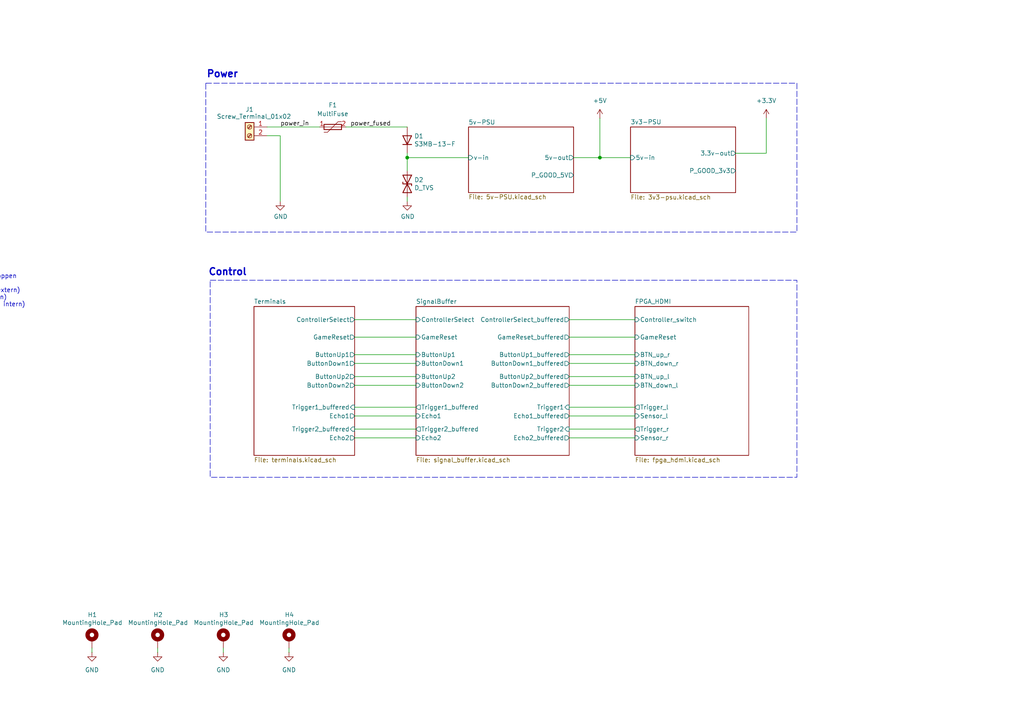
<source format=kicad_sch>
(kicad_sch (version 20231120) (generator "eeschema") (generator_version "8.0")
  (paper "A4")
  (title_block (date "2024-04-03") (rev "1.0") (company "Fontys") (comment 1 "Pong project") (comment 2 "Tommy de Wever") (comment 3 "Jochem Bosman"))
  (lib_symbols
    (symbol "Connector:Screw_Terminal_01x02" (pin_names (offset 1.016) hide)
      (property "Reference" "J" (at 0 2.54 0))
      (property "Value" "Screw_Terminal_01x02" (at 0 -5.08 0))
      (symbol "Screw_Terminal_01x02_1_1"
        (rectangle (start -1.27 1.27) (end 1.27 -3.81) (stroke (width 0.254)) (fill (type background)))
        (circle (center 0 -2.54) (radius 0.635) (stroke (width 0.1524)))
        (polyline (pts (xy -0.5334 -2.2098) (xy 0.3302 -3.048)) (stroke (width 0.1524)))
        (polyline (pts (xy -0.5334 0.3302) (xy 0.3302 -0.508)) (stroke (width 0.1524)))
        (polyline (pts (xy -0.3556 -2.032) (xy 0.508 -2.8702)) (stroke (width 0.1524)))
        (polyline (pts (xy -0.3556 0.508) (xy 0.508 -0.3302)) (stroke (width 0.1524)))
        (circle (center 0 0) (radius 0.635) (stroke (width 0.1524)))
        (pin passive line (at -5.08 0 0) (length 3.81) (name "Pin_1") (number "1"))
        (pin passive line (at -5.08 -2.54 0) (length 3.81) (name "Pin_2") (number "2"))
      )
    )
    (symbol "Device:D" (pin_numbers hide) (pin_names (offset 1.016) hide)
      (property "Reference" "D" (at 0 2.54 0))
      (property "Value" "D" (at 0 -2.54 0))
      (symbol "D_0_1"
        (polyline (pts (xy -1.27 1.27) (xy -1.27 -1.27)) (stroke (width 0.254)))
        (polyline (pts (xy 1.27 0) (xy -1.27 0)))
        (polyline (pts (xy 1.27 1.27) (xy 1.27 -1.27) (xy -1.27 0) (xy 1.27 1.27)) (stroke (width 0.254)))
      )
      (symbol "D_1_1"
        (pin passive line (at -3.81 0 0) (length 2.54) (name "K") (number "1"))
        (pin passive line (at 3.81 0 180) (length 2.54) (name "A") (number "2"))
      )
    )
    (symbol "Device:D_TVS" (pin_numbers hide) (pin_names (offset 1.016) hide)
      (property "Reference" "D" (at 0 2.54 0))
      (property "Value" "D_TVS" (at 0 -2.54 0))
      (symbol "D_TVS_0_1"
        (polyline (pts (xy 1.27 0) (xy -1.27 0)))
        (polyline (pts (xy 0.508 1.27) (xy 0 1.27) (xy 0 -1.27) (xy -0.508 -1.27)) (stroke (width 0.254)))
        (polyline (pts (xy -2.54 1.27) (xy -2.54 -1.27) (xy 2.54 1.27) (xy 2.54 -1.27) (xy -2.54 1.27)) (stroke (width 0.254)))
      )
      (symbol "D_TVS_1_1"
        (pin passive line (at -3.81 0 0) (length 2.54) (name "A1") (number "1"))
        (pin passive line (at 3.81 0 180) (length 2.54) (name "A2") (number "2"))
      )
    )
    (symbol "Mechanical:MountingHole_Pad" (pin_numbers hide) (pin_names (offset 1.016) hide) (exclude_from_sim yes) (in_bom no)
      (property "Reference" "H" (at 0 6.35 0))
      (property "Value" "MountingHole_Pad" (at 0 4.445 0))
      (symbol "MountingHole_Pad_0_1"
        (circle (center 0 1.27) (radius 1.27) (stroke (width 1.27)))
      )
      (symbol "MountingHole_Pad_1_1"
        (pin input line (at 0 -2.54 90) (length 2.54) (name "1") (number "1"))
      )
    )
    (symbol "MyLib:MultiFuse" (pin_names (offset 1.016))
      (property "Reference" "F" (at 0 0 0))
      (property "Value" "MultiFuse" (at 0 -2.54 0))
      (symbol "MultiFuse_1_1"
        (rectangle (start -2.54 -7.112) (end 2.54 -5.588) (stroke (width 0.254)))
        (polyline (pts (xy -2.54 -6.35) (xy 2.54 -6.35)))
        (polyline (pts (xy -2.54 -7.874) (xy -1.524 -7.874) (xy 1.524 -4.826) (xy 2.54 -4.826)))
        (pin passive line (at -3.81 -6.35 0) (length 1.27) (name "~") (number "1"))
        (pin passive line (at 3.81 -6.35 180) (length 1.27) (name "~") (number "2"))
      )
    )
    (symbol "power:+3.3V" (power) (pin_numbers hide) (pin_names (offset 0) hide)
      (property "Value" "+3.3V" (at 0 3.556 0))
      (symbol "+3.3V_0_1"
        (polyline (pts (xy -0.762 1.27) (xy 0 2.54)))
        (polyline (pts (xy 0 0) (xy 0 2.54)))
        (polyline (pts (xy 0 2.54) (xy 0.762 1.27)))
      )
      (symbol "+3.3V_1_1"
        (pin power_in line (at 0 0 90) (length 0) (name "~") (number "1"))
      )
    )
    (symbol "power:+5V" (power) (pin_numbers hide) (pin_names (offset 0) hide)
      (property "Value" "+5V" (at 0 3.556 0))
      (symbol "+5V_0_1"
        (polyline (pts (xy -0.762 1.27) (xy 0 2.54)))
        (polyline (pts (xy 0 0) (xy 0 2.54)))
        (polyline (pts (xy 0 2.54) (xy 0.762 1.27)))
      )
      (symbol "+5V_1_1"
        (pin power_in line (at 0 0 90) (length 0) (name "~") (number "1"))
      )
    )
    (symbol "power:GND" (power) (pin_numbers hide) (pin_names (offset 0) hide)
      (property "Value" "GND" (at 0 -3.81 0))
      (symbol "GND_0_1"
        (polyline (pts (xy 0 0) (xy 0 -1.27) (xy 1.27 -1.27) (xy 0 -2.54) (xy -1.27 -1.27) (xy 0 -1.27)))
      )
      (symbol "GND_1_1"
        (pin power_in line (at 0 0 270) (length 0) (name "~") (number "1"))
      )
    )
  )
  (junction (at 118.11 45.72) (diameter 0.9144))
  (junction (at 173.99 45.72))
  (wire (pts (xy 102.87 97.79) (xy 120.65 97.79)))
  (wire (pts (xy 102.87 92.71) (xy 120.65 92.71)))
  (wire (pts (xy 102.87 111.76) (xy 120.65 111.76)))
  (wire (pts (xy 222.25 44.45) (xy 213.36 44.45)))
  (wire (pts (xy 26.67 187.96) (xy 26.67 189.23)))
  (wire (pts (xy 102.87 102.87) (xy 120.65 102.87)))
  (wire (pts (xy 165.1 120.65) (xy 184.15 120.65)))
  (wire (pts (xy 64.77 187.96) (xy 64.77 189.23)))
  (wire (pts (xy 118.11 45.72) (xy 118.11 44.45)))
  (wire (pts (xy 77.47 36.83) (xy 92.71 36.83)))
  (wire (pts (xy 165.1 102.87) (xy 184.15 102.87)))
  (wire (pts (xy 222.25 34.29) (xy 222.25 44.45)))
  (wire (pts (xy 118.11 58.42) (xy 118.11 57.15)))
  (wire (pts (xy 165.1 124.46) (xy 184.15 124.46)))
  (wire (pts (xy 118.11 49.53) (xy 118.11 45.72)))
  (wire (pts (xy 83.82 187.96) (xy 83.82 189.23)))
  (wire (pts (xy 102.87 105.41) (xy 120.65 105.41)))
  (wire (pts (xy 165.1 97.79) (xy 184.15 97.79)))
  (wire (pts (xy 45.72 187.96) (xy 45.72 189.23)))
  (wire (pts (xy 102.87 118.11) (xy 120.65 118.11)))
  (wire (pts (xy 165.1 105.41) (xy 184.15 105.41)))
  (wire (pts (xy 118.11 36.83) (xy 100.33 36.83)))
  (wire (pts (xy 165.1 92.71) (xy 184.15 92.71)))
  (wire (pts (xy 173.99 34.29) (xy 173.99 45.72)))
  (wire (pts (xy 102.87 127) (xy 120.65 127)))
  (wire (pts (xy 135.89 45.72) (xy 118.11 45.72)))
  (wire (pts (xy 165.1 109.22) (xy 184.15 109.22)))
  (wire (pts (xy 165.1 118.11) (xy 184.15 118.11)))
  (wire (pts (xy 173.99 45.72) (xy 166.37 45.72)))
  (wire (pts (xy 102.87 109.22) (xy 120.65 109.22)))
  (wire (pts (xy 102.87 120.65) (xy 120.65 120.65)))
  (wire (pts (xy 102.87 124.46) (xy 120.65 124.46)))
  (wire (pts (xy 165.1 111.76) (xy 184.15 111.76)))
  (wire (pts (xy 182.88 45.72) (xy 173.99 45.72)))
  (wire (pts (xy 81.28 39.37) (xy 77.47 39.37)))
  (wire (pts (xy 81.28 58.42) (xy 81.28 39.37)))
  (wire (pts (xy 165.1 127) (xy 184.15 127)))
  (rectangle (start 60.96 81.28) (end 231.14 138.43) (stroke (width 0) (type dash)))
  (rectangle (start 59.69 24.13) (end 231.14 67.31) (stroke (width 0) (type dash)))
  (text "Power" (at 64.516 21.59 0) (effects (font (size 2 2) (bold yes))))
  (text "- 2x ultrasoon connector\n- 2x aansluiting voor knoppen\n- controller kies switch\n- game running switch (extern)\n- game reset knop (extern)\n- master reset knop (kan intern)\n- HDMI" (at -25.4 84.328 0) (effects (font (size 1.27 1.27)) (justify left)))
  (text "Control" (at 66.04 78.994 0) (effects (font (size 2 2) (bold yes))))
  (text "Power" (at -21.082 98.806 0) (effects (font (size 1.27 1.27))))
  (label "power_fused" (at 101.6 36.83 0))
  (label "power_in" (at 81.28 36.83 0))
  (symbol (lib_id "power:GND") (at 118.11 58.42 0) (unit 1)
    (property "Reference" "#PWR04" (effects (hide yes)))
    (property "Value" "GND" (at 118.237 62.8142 0))
    (property "Description" "Power symbol creates a global label with name \"GND\" , ground" (effects (hide yes)))
  )
  (symbol (lib_id "power:+5V") (at 173.99 34.29 0) (unit 1)
    (property "Reference" "#PWR01" (effects (hide yes)))
    (property "Value" "+5V" (at 173.99 29.21 0))
    (property "Description" "Power symbol creates a global label with name \"+5V\"" (effects (hide yes)))
  )
  (symbol (lib_id "power:GND") (at 81.28 58.42 0) (unit 1)
    (property "Reference" "#PWR03" (effects (hide yes)))
    (property "Value" "GND" (at 81.407 62.8142 0))
    (property "Description" "Power symbol creates a global label with name \"GND\" , ground" (effects (hide yes)))
  )
  (symbol (lib_id "Mechanical:MountingHole_Pad") (at 64.77 185.42 0) (unit 1) (exclude_from_sim yes) (in_bom no)
    (property "Reference" "H3" (at 63.5 178.308 0) (effects (justify left)))
    (property "Value" "MountingHole_Pad" (at 56.134 180.594 0) (effects (justify left)))
    (property "Footprint" "MountingHole:MountingHole_3.2mm_M3_Pad_Via" (effects (hide yes)))
    (property "Description" "Mounting Hole with connection" (effects (hide yes)))
  )
  (symbol (lib_id "Mechanical:MountingHole_Pad") (at 83.82 185.42 0) (unit 1) (exclude_from_sim yes) (in_bom no)
    (property "Reference" "H4" (at 82.55 178.308 0) (effects (justify left)))
    (property "Value" "MountingHole_Pad" (at 75.184 180.594 0) (effects (justify left)))
    (property "Footprint" "MountingHole:MountingHole_3.2mm_M3_Pad_Via" (effects (hide yes)))
    (property "Description" "Mounting Hole with connection" (effects (hide yes)))
  )
  (symbol (lib_id "power:GND") (at 83.82 189.23 0) (mirror y) (unit 1)
    (property "Reference" "#PWR08" (effects (hide yes)))
    (property "Value" "GND" (at 83.82 194.31 0))
    (property "Description" "Power symbol creates a global label with name \"GND\" , ground" (effects (hide yes)))
  )
  (symbol (lib_id "power:GND") (at 26.67 189.23 0) (mirror y) (unit 1)
    (property "Reference" "#PWR05" (effects (hide yes)))
    (property "Value" "GND" (at 26.67 194.31 0))
    (property "Description" "Power symbol creates a global label with name \"GND\" , ground" (effects (hide yes)))
  )
  (symbol (lib_id "Mechanical:MountingHole_Pad") (at 26.67 185.42 0) (unit 1) (exclude_from_sim yes) (in_bom no)
    (property "Reference" "H1" (at 25.4 178.308 0) (effects (justify left)))
    (property "Value" "MountingHole_Pad" (at 18.034 180.594 0) (effects (justify left)))
    (property "Footprint" "MountingHole:MountingHole_3.2mm_M3_Pad_Via" (effects (hide yes)))
    (property "Description" "Mounting Hole with connection" (effects (hide yes)))
  )
  (symbol (lib_id "power:GND") (at 45.72 189.23 0) (mirror y) (unit 1)
    (property "Reference" "#PWR06" (effects (hide yes)))
    (property "Value" "GND" (at 45.72 194.31 0))
    (property "Description" "Power symbol creates a global label with name \"GND\" , ground" (effects (hide yes)))
  )
  (symbol (lib_id "MyLib:MultiFuse") (at 96.52 30.48 0) (unit 1)
    (property "Reference" "F1" (at 96.52 30.48 0))
    (property "Value" "MultiFuse" (at 96.52 33.02 0))
    (property "Footprint" "MyLib:Fuse MF-MSMF075 33X-2" (effects (hide yes)))
    (property "Mouser" "MF-MSMF075/33X-2" (effects (hide yes)))
  )
  (symbol (lib_id "Device:D") (at 118.11 40.64 90) (unit 1)
    (property "Reference" "D1" (at 120.142 39.4716 90) (effects (justify right)))
    (property "Value" "S3MB-13-F" (at 120.142 41.783 90) (effects (justify right)))
    (property "Footprint" "Diode_SMD:D_SMB_Handsoldering" (effects (hide yes)))
    (property "Description" "Diode" (effects (hide yes)))
    (property "Mouser" "S3MB-13-F" (effects (hide yes)))
    (property "Sim.Device" "D" (effects (hide yes)))
    (property "Sim.Pins" "1=K 2=A" (effects (hide yes)))
  )
  (symbol (lib_id "Connector:Screw_Terminal_01x02") (at 72.39 36.83 0) (mirror y) (unit 1)
    (property "Reference" "J1" (at 72.39 31.75 0))
    (property "Value" "Screw_Terminal_01x02" (at 73.66 33.782 0))
    (property "Footprint" "Connector_Phoenix_MSTB:PhoenixContact_MSTBA_2,5_2-G-5,08_1x02_P5.08mm_Horizontal" (effects (hide yes)))
    (property "Description" "Generic screw terminal, single row, 01x02, script generated (kicad-library-utils/schlib/autogen/connector/)" (effects (hide yes)))
  )
  (symbol (lib_id "Mechanical:MountingHole_Pad") (at 45.72 185.42 0) (unit 1) (exclude_from_sim yes) (in_bom no)
    (property "Reference" "H2" (at 44.45 178.308 0) (effects (justify left)))
    (property "Value" "MountingHole_Pad" (at 37.084 180.594 0) (effects (justify left)))
    (property "Footprint" "MountingHole:MountingHole_3.2mm_M3_Pad_Via" (effects (hide yes)))
    (property "Description" "Mounting Hole with connection" (effects (hide yes)))
  )
  (symbol (lib_id "power:GND") (at 64.77 189.23 0) (mirror y) (unit 1)
    (property "Reference" "#PWR07" (effects (hide yes)))
    (property "Value" "GND" (at 64.77 194.31 0))
    (property "Description" "Power symbol creates a global label with name \"GND\" , ground" (effects (hide yes)))
  )
  (symbol (lib_id "power:+3.3V") (at 222.25 34.29 0) (unit 1)
    (property "Reference" "#PWR02" (effects (hide yes)))
    (property "Value" "+3.3V" (at 222.25 29.21 0))
    (property "Description" "Power symbol creates a global label with name \"+3.3V\"" (effects (hide yes)))
  )
  (symbol (lib_id "Device:D_TVS") (at 118.11 53.34 270) (unit 1)
    (property "Reference" "D2" (at 120.142 52.1716 90) (effects (justify left)))
    (property "Value" "D_TVS" (at 120.142 54.483 90) (effects (justify left)))
    (property "Footprint" "Diode_SMD:D_SMB_Handsoldering" (effects (hide yes)))
    (property "Description" "Bidirectional transient-voltage-suppression diode" (effects (hide yes)))
    (property "Mouser" "824520281" (effects (hide yes)))
  )
  (sheet (at 182.88 36.83) (size 30.48 19.05) (stroke (width 0.1524))
    (property "Sheetname" "3v3-PSU" (at 182.88 36.1184 0) (effects (justify left bottom)))
    (property "Sheetfile" "3v3-psu.kicad_sch" (at 182.88 56.4646 0) (effects (justify left top)))
    (pin "P_GOOD_3v3" output (at 213.36 49.53 0))
    (pin "3.3v-out" output (at 213.36 44.45 0))
    (pin "5v-in" input (at 182.88 45.72 180))
  )
  (sheet (at 135.89 36.83) (size 30.48 19.05)
    (property "Sheetname" "5v-PSU" (at 135.89 36.1945 0) (effects (justify left bottom)))
    (property "Sheetfile" "5v-PSU.kicad_sch" (at 135.89 56.3885 0) (effects (justify left top)))
    (pin "v-in" input (at 135.89 45.72 180))
    (pin "5v-out" output (at 166.37 45.72 0))
    (pin "P_GOOD_5V" output (at 166.37 50.8 0))
  )
  (sheet (at 184.15 88.9) (size 33.02 43.18) (stroke (width 0.1524))
    (property "Sheetname" "FPGA_HDMI" (at 184.15 88.1884 0) (effects (justify left bottom)))
    (property "Sheetfile" "fpga_hdmi.kicad_sch" (at 184.15 132.6646 0) (effects (justify left top)))
    (pin "Trigger_r" output (at 184.15 124.46 180))
    (pin "Trigger_l" output (at 184.15 118.11 180))
    (pin "Sensor_l" input (at 184.15 120.65 180))
    (pin "Sensor_r" input (at 184.15 127 180))
    (pin "BTN_up_r" input (at 184.15 102.87 180))
    (pin "BTN_down_r" input (at 184.15 105.41 180))
    (pin "BTN_down_l" input (at 184.15 111.76 180))
    (pin "BTN_up_l" input (at 184.15 109.22 180))
    (pin "Controller_switch" input (at 184.15 92.71 180))
    (pin "GameReset" input (at 184.15 97.79 180))
  )
  (sheet (at 73.66 88.9) (size 29.21 43.18) (stroke (width 0.1524))
    (property "Sheetname" "Terminals" (at 73.66 88.1884 0) (effects (justify left bottom)))
    (property "Sheetfile" "terminals.kicad_sch" (at 73.66 132.6646 0) (effects (justify left top)))
    (pin "ControllerSelect" output (at 102.87 92.71 0))
    (pin "GameReset" output (at 102.87 97.79 0))
    (pin "Echo2" output (at 102.87 127 0))
    (pin "Trigger2_buffered" input (at 102.87 124.46 0))
    (pin "Trigger1_buffered" input (at 102.87 118.11 0))
    (pin "Echo1" output (at 102.87 120.65 0))
    (pin "ButtonDown2" output (at 102.87 111.76 0))
    (pin "ButtonUp2" output (at 102.87 109.22 0))
    (pin "ButtonDown1" output (at 102.87 105.41 0))
    (pin "ButtonUp1" output (at 102.87 102.87 0))
  )
  (sheet (at 120.65 88.9) (size 44.45 43.18) (stroke (width 0.1524))
    (property "Sheetname" "SignalBuffer" (at 120.65 88.1884 0) (effects (justify left bottom)))
    (property "Sheetfile" "signal_buffer.kicad_sch" (at 120.65 132.6646 0) (effects (justify left top)))
    (pin "Trigger1" input (at 165.1 118.11 0))
    (pin "Trigger2" input (at 165.1 124.46 0))
    (pin "GameReset_buffered" output (at 165.1 97.79 0))
    (pin "Echo2_buffered" output (at 165.1 127 0))
    (pin "ControllerSelect_buffered" output (at 165.1 92.71 0))
    (pin "Trigger2_buffered" output (at 120.65 124.46 180))
    (pin "Echo1" input (at 120.65 120.65 180))
    (pin "GameReset" input (at 120.65 97.79 180))
    (pin "ControllerSelect" input (at 120.65 92.71 180))
    (pin "Trigger1_buffered" output (at 120.65 118.11 180))
    (pin "Echo1_buffered" output (at 165.1 120.65 0))
    (pin "Echo2" input (at 120.65 127 180))
    (pin "ButtonUp1" input (at 120.65 102.87 180))
    (pin "ButtonDown1" input (at 120.65 105.41 180))
    (pin "ButtonDown1_buffered" output (at 165.1 105.41 0))
    (pin "ButtonUp1_buffered" output (at 165.1 102.87 0))
    (pin "ButtonUp2_buffered" output (at 165.1 109.22 0))
    (pin "ButtonUp2" input (at 120.65 109.22 180))
    (pin "ButtonDown2" input (at 120.65 111.76 180))
    (pin "ButtonDown2_buffered" output (at 165.1 111.76 0))
  )
)
</source>
